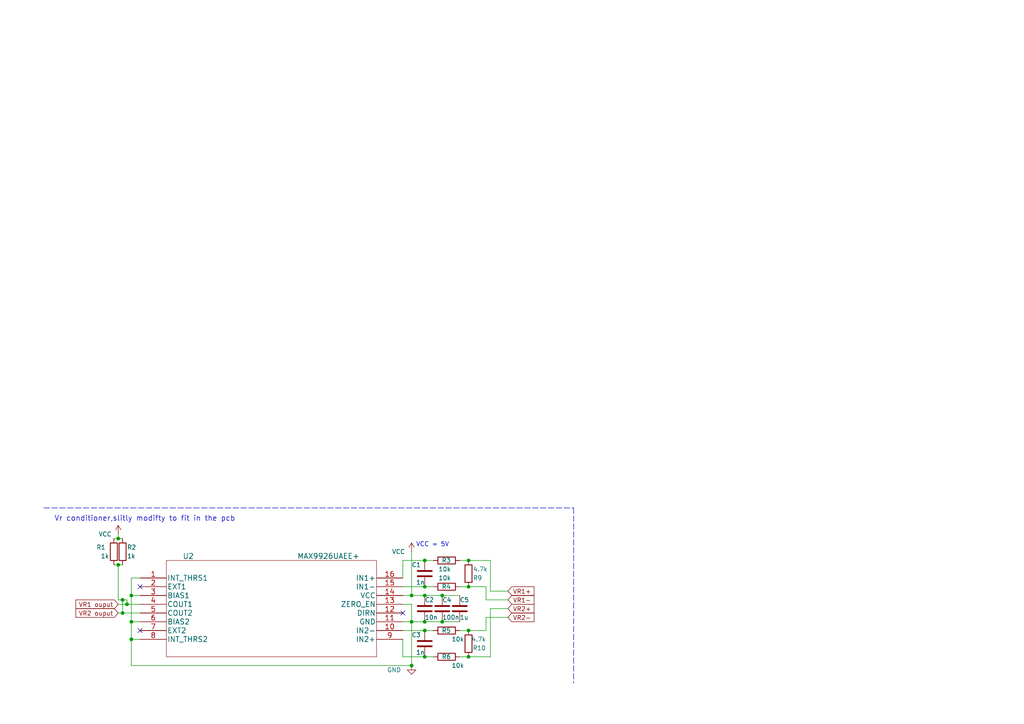
<source format=kicad_sch>
(kicad_sch (version 20231120) (generator "eeschema") (generator_version "8.0")
  (paper "A4")
  (lib_symbols
    (symbol "2021-02-17_17-37-40:MAX9926UAEE+" (pin_names (offset 0.254))
      (property "Reference" "U" (at 38.1 10.16 0))
      (property "Value" "MAX9926UAEE+" (at 38.1 7.62 0))
      (symbol "MAX9926UAEE+_1_1"
        (polyline (pts (xy 7.62 -22.86) (xy 68.58 -22.86)) (stroke (width 0.127)))
        (polyline (pts (xy 7.62 5.08) (xy 7.62 -22.86)) (stroke (width 0.127)))
        (polyline (pts (xy 68.58 -22.86) (xy 68.58 5.08)) (stroke (width 0.127)))
        (polyline (pts (xy 68.58 5.08) (xy 7.62 5.08)) (stroke (width 0.127)))
        (pin unspecified line (at 0 0 0) (length 7.62) (name "INT_THRS1") (number "1"))
        (pin input line (at 76.2 -15.24 180) (length 7.62) (name "IN2-") (number "10"))
        (pin power_in line (at 76.2 -12.7 180) (length 7.62) (name "GND") (number "11"))
        (pin output line (at 76.2 -10.16 180) (length 7.62) (name "DIRN") (number "12"))
        (pin unspecified line (at 76.2 -7.62 180) (length 7.62) (name "ZERO_EN") (number "13"))
        (pin power_in line (at 76.2 -5.08 180) (length 7.62) (name "VCC") (number "14"))
        (pin input line (at 76.2 -2.54 180) (length 7.62) (name "IN1-") (number "15"))
        (pin input line (at 76.2 0 180) (length 7.62) (name "IN1+") (number "16"))
        (pin input line (at 0 -2.54 0) (length 7.62) (name "EXT1") (number "2"))
        (pin input line (at 0 -5.08 0) (length 7.62) (name "BIAS1") (number "3"))
        (pin output line (at 0 -7.62 0) (length 7.62) (name "COUT1") (number "4"))
        (pin output line (at 0 -10.16 0) (length 7.62) (name "COUT2") (number "5"))
        (pin input line (at 0 -12.7 0) (length 7.62) (name "BIAS2") (number "6"))
        (pin input line (at 0 -15.24 0) (length 7.62) (name "EXT2") (number "7"))
        (pin unspecified line (at 0 -17.78 0) (length 7.62) (name "INT_THRS2") (number "8"))
        (pin input line (at 76.2 -17.78 180) (length 7.62) (name "IN2+") (number "9"))
      )
    )
    (symbol "Device:C" (pin_numbers hide) (pin_names (offset 0.254))
      (property "Reference" "C" (at 0.635 2.54 0))
      (property "Value" "C" (at 0.635 -2.54 0))
      (symbol "C_0_1"
        (polyline (pts (xy -2.032 -0.762) (xy 2.032 -0.762)) (stroke (width 0.508)))
        (polyline (pts (xy -2.032 0.762) (xy 2.032 0.762)) (stroke (width 0.508)))
      )
      (symbol "C_1_1"
        (pin passive line (at 0 3.81 270) (length 2.794) (name "~") (number "1"))
        (pin passive line (at 0 -3.81 90) (length 2.794) (name "~") (number "2"))
      )
    )
    (symbol "Device:R" (pin_numbers hide) (pin_names (offset 0))
      (property "Reference" "R" (at 2.032 0 90))
      (property "Value" "R" (at 0 0 90))
      (symbol "R_0_1"
        (rectangle (start -1.016 -2.54) (end 1.016 2.54) (stroke (width 0.254)))
      )
      (symbol "R_1_1"
        (pin passive line (at 0 3.81 270) (length 1.27) (name "~") (number "1"))
        (pin passive line (at 0 -3.81 90) (length 1.27) (name "~") (number "2"))
      )
    )
    (symbol "VR-Conditioner-MAX9926+reg-rescue:GND-power" (power) (pin_names (offset 0))
      (property "Value" "power_GND" (at 0 -3.81 0))
      (symbol "GND-power_0_1"
        (polyline (pts (xy 0 0) (xy 0 -1.27) (xy 1.27 -1.27) (xy 0 -2.54) (xy -1.27 -1.27) (xy 0 -1.27)))
      )
      (symbol "GND-power_1_1"
        (pin power_in line (at 0 0 270) (length 0) hide (name "GND") (number "1"))
      )
    )
    (symbol "VR-Conditioner-MAX9926+reg-rescue:VCC-power" (power) (pin_names (offset 0))
      (property "Value" "power_VCC" (at 0 3.81 0))
      (symbol "VCC-power_0_1"
        (polyline (pts (xy -0.762 1.27) (xy 0 2.54)))
        (polyline (pts (xy 0 0) (xy 0 2.54)))
        (polyline (pts (xy 0 2.54) (xy 0.762 1.27)))
      )
      (symbol "VCC-power_1_1"
        (pin power_in line (at 0 0 90) (length 0) hide (name "VCC") (number "1"))
      )
    )
  )
  (junction (at 35.56 177.8))
  (junction (at 34.29 163.83))
  (junction (at 128.27 172.72))
  (junction (at 119.38 193.04))
  (junction (at 123.19 182.88))
  (junction (at 123.19 172.72))
  (junction (at 119.38 180.34))
  (junction (at 135.89 162.56))
  (junction (at 119.38 172.72))
  (junction (at 36.83 175.26))
  (junction (at 135.89 190.5))
  (junction (at 35.56 173.99))
  (junction (at 135.89 170.18))
  (junction (at 135.89 182.88))
  (junction (at 38.1 180.34))
  (junction (at 123.19 180.34))
  (junction (at 38.1 172.72))
  (junction (at 34.29 156.21))
  (junction (at 128.27 180.34))
  (junction (at 123.19 170.18))
  (junction (at 38.1 185.42))
  (junction (at 123.19 162.56))
  (junction (at 123.19 190.5))
  (no_connect (at 40.64 182.88))
  (no_connect (at 116.84 177.8))
  (no_connect (at 40.64 170.18))
  (wire (pts (xy 123.19 190.5) (xy 125.73 190.5)))
  (wire (pts (xy 35.56 177.8) (xy 40.64 177.8)))
  (wire (pts (xy 38.1 172.72) (xy 38.1 180.34)))
  (wire (pts (xy 119.38 180.34) (xy 119.38 193.04)))
  (wire (pts (xy 123.19 172.72) (xy 128.27 172.72)))
  (wire (pts (xy 40.64 167.64) (xy 38.1 167.64)))
  (wire (pts (xy 116.84 190.5) (xy 123.19 190.5)))
  (wire (pts (xy 123.19 180.34) (xy 128.27 180.34)))
  (wire (pts (xy 35.56 173.99) (xy 35.56 177.8)))
  (wire (pts (xy 34.29 154.94) (xy 34.29 156.21)))
  (wire (pts (xy 36.83 173.99) (xy 36.83 175.26)))
  (wire (pts (xy 34.29 163.83) (xy 35.56 163.83)))
  (wire (pts (xy 116.84 162.56) (xy 123.19 162.56)))
  (wire (pts (xy 142.24 171.45) (xy 142.24 162.56)))
  (wire (pts (xy 135.89 182.88) (xy 140.97 182.88)))
  (wire (pts (xy 33.02 156.21) (xy 34.29 156.21)))
  (wire (pts (xy 116.84 182.88) (xy 123.19 182.88)))
  (wire (pts (xy 34.29 163.83) (xy 34.29 173.99)))
  (wire (pts (xy 38.1 180.34) (xy 40.64 180.34)))
  (wire (pts (xy 119.38 160.02) (xy 119.38 172.72)))
  (wire (pts (xy 142.24 176.53) (xy 142.24 190.5)))
  (wire (pts (xy 116.84 167.64) (xy 116.84 162.56)))
  (wire (pts (xy 119.38 175.26) (xy 119.38 180.34)))
  (wire (pts (xy 135.89 170.18) (xy 140.97 170.18)))
  (wire (pts (xy 133.35 182.88) (xy 135.89 182.88)))
  (wire (pts (xy 34.29 177.8) (xy 35.56 177.8)))
  (wire (pts (xy 135.89 190.5) (xy 142.24 190.5)))
  (wire (pts (xy 36.83 175.26) (xy 40.64 175.26)))
  (wire (pts (xy 128.27 172.72) (xy 133.35 172.72)))
  (wire (pts (xy 140.97 170.18) (xy 140.97 173.99)))
  (wire (pts (xy 40.64 185.42) (xy 38.1 185.42)))
  (wire (pts (xy 38.1 172.72) (xy 40.64 172.72)))
  (wire (pts (xy 140.97 179.07) (xy 147.32 179.07)))
  (wire (pts (xy 34.29 156.21) (xy 35.56 156.21)))
  (wire (pts (xy 38.1 185.42) (xy 38.1 193.04)))
  (wire (pts (xy 34.29 175.26) (xy 36.83 175.26)))
  (wire (pts (xy 142.24 176.53) (xy 147.32 176.53)))
  (wire (pts (xy 123.19 162.56) (xy 125.73 162.56)))
  (wire (pts (xy 116.84 170.18) (xy 123.19 170.18)))
  (wire (pts (xy 119.38 172.72) (xy 123.19 172.72)))
  (wire (pts (xy 35.56 173.99) (xy 36.83 173.99)))
  (wire (pts (xy 34.29 173.99) (xy 35.56 173.99)))
  (wire (pts (xy 142.24 171.45) (xy 147.32 171.45)))
  (wire (pts (xy 123.19 182.88) (xy 125.73 182.88)))
  (wire (pts (xy 123.19 180.34) (xy 119.38 180.34)))
  (polyline (pts (xy 12.7 147.32) (xy 166.37 147.32)) (stroke (width 0) (type dash)))
  (wire (pts (xy 116.84 185.42) (xy 116.84 190.5)))
  (wire (pts (xy 38.1 193.04) (xy 119.38 193.04)))
  (wire (pts (xy 135.89 162.56) (xy 142.24 162.56)))
  (wire (pts (xy 116.84 180.34) (xy 119.38 180.34)))
  (wire (pts (xy 133.35 190.5) (xy 135.89 190.5)))
  (polyline (pts (xy 166.37 147.32) (xy 166.37 198.12)) (stroke (width 0) (type dash)))
  (wire (pts (xy 38.1 185.42) (xy 38.1 180.34)))
  (wire (pts (xy 119.38 175.26) (xy 116.84 175.26)))
  (wire (pts (xy 128.27 180.34) (xy 133.35 180.34)))
  (wire (pts (xy 33.02 163.83) (xy 34.29 163.83)))
  (wire (pts (xy 38.1 167.64) (xy 38.1 172.72)))
  (wire (pts (xy 123.19 170.18) (xy 125.73 170.18)))
  (wire (pts (xy 116.84 172.72) (xy 119.38 172.72)))
  (wire (pts (xy 133.35 162.56) (xy 135.89 162.56)))
  (wire (pts (xy 140.97 173.99) (xy 147.32 173.99)))
  (wire (pts (xy 140.97 182.88) (xy 140.97 179.07)))
  (wire (pts (xy 133.35 170.18) (xy 135.89 170.18)))
  (text "Vr conditioner,slitly modifty to fit in the pcb\n" (at 15.748 151.384 0) (effects (font (size 1.524 1.524)) (justify left bottom)))
  (text "VCC = 5V" (at 120.65 158.75 0) (effects (font (size 1.27 1.27)) (justify left bottom)))
  (global_label "VR2+" (shape input) (at 147.32 176.53 0) (property "Intersheetrefs" "${INTERSHEET_REFS}" (effects (hide yes))))
  (global_label "VR1-" (shape input) (at 147.32 173.99 0) (property "Intersheetrefs" "${INTERSHEET_REFS}" (effects (hide yes))))
  (global_label "VR1 ouput" (shape input) (at 34.29 175.26 180) (property "Intersheetrefs" "${INTERSHEET_REFS}" (effects (hide yes))))
  (global_label "VR1+" (shape input) (at 147.32 171.45 0) (property "Intersheetrefs" "${INTERSHEET_REFS}" (effects (hide yes))))
  (global_label "VR2 ouput" (shape input) (at 34.29 177.8 180) (property "Intersheetrefs" "${INTERSHEET_REFS}" (effects (hide yes))))
  (global_label "VR2-" (shape input) (at 147.32 179.07 0) (property "Intersheetrefs" "${INTERSHEET_REFS}" (effects (hide yes))))
  (symbol (lib_id "Device:C") (at 123.19 186.69 0) (unit 1)
    (property "Reference" "C3" (at 119.38 184.15 0) (effects (justify left)))
    (property "Value" "1n" (at 120.65 189.23 0) (effects (justify left)))
    (property "Footprint" "Capacitor_SMD:C_0603_1608Metric" (effects (hide yes)))
    (property "Description" "1000 pF 50 V ±5 % Tolerance C0G SMT Multilayer Ceramic Capacitor\r" (effects (hide yes)))
    (property "Package JEDEC ID" "0603_1608Metric" (effects (hide yes)))
    (property "MFG Name" "Murata\r" (effects (hide yes)))
    (property "MFG Part Num" "GRM1885C1H102JA01D\r" (effects (hide yes)))
  )
  (symbol (lib_id "Device:R") (at 129.54 170.18 90) (unit 1)
    (property "Reference" "R4" (at 130.81 170.18 90) (effects (justify left)))
    (property "Value" "10k" (at 130.81 167.64 90) (effects (justify left)))
    (property "Footprint" "Resistor_SMD:R_1206_3216Metric" (effects (hide yes)))
    (property "MFG Name" "Yageo" (effects (hide yes)))
    (property "MFG Part Num" "RC1206FR-7W10KL" (effects (hide yes)))
  )
  (symbol (lib_id "Device:R") (at 129.54 182.88 90) (unit 1)
    (property "Reference" "R5" (at 130.81 182.88 90) (effects (justify left)))
    (property "Value" "10k" (at 134.62 185.42 90) (effects (justify left)))
    (property "Footprint" "Resistor_SMD:R_1206_3216Metric" (effects (hide yes)))
    (property "MFG Name" "Yageo" (effects (hide yes)))
    (property "MFG Part Num" "RC1206FR-7W10KL" (effects (hide yes)))
  )
  (symbol (lib_id "Device:R") (at 129.54 162.56 90) (unit 1)
    (property "Reference" "R3" (at 130.81 162.56 90) (effects (justify left)))
    (property "Value" "10k" (at 130.81 165.1 90) (effects (justify left)))
    (property "Footprint" "Resistor_SMD:R_1206_3216Metric" (effects (hide yes)))
    (property "MFG Name" "Yageo" (effects (hide yes)))
    (property "MFG Part Num" "RC1206FR-7W10KL" (effects (hide yes)))
  )
  (symbol (lib_id "2021-02-17_17-37-40:MAX9926UAEE+") (at 40.64 167.64 0) (unit 1)
    (property "Reference" "U2" (at 54.61 161.29 0) (effects (font (size 1.524 1.524))))
    (property "Value" "MAX9926UAEE+" (at 95.25 161.29 0) (effects (font (size 1.524 1.524))))
    (property "Footprint" "MAX9926UAEE+:MAX9926UAEE&plus_" (effects (hide yes)))
    (property "Datasheet" "https://datasheet.octopart.com/MAX9926UAEE%2B-Maxim-Integrated-datasheet-11046290.pdf" (effects (hide yes)))
    (property "Description" "MAX9926 Series 10 mA Differential Input Logic Output Sensor Interface -SSOP-16" (effects (hide yes)))
    (property "MFG Name" "Maxim Integrated" (effects (hide yes)))
    (property "MFG Part Num" "MAX9926UAEE+" (effects (hide yes)))
    (property "Package JEDEC ID" "SSOP-16" (effects (hide yes)))
    (property "Critical" "Yes" (effects (hide yes)))
  )
  (symbol (lib_id "Device:R") (at 135.89 166.37 0) (unit 1)
    (property "Reference" "R9" (at 137.16 167.64 0) (effects (justify left)))
    (property "Value" "4.7k" (at 137.16 165.1 0) (effects (justify left)))
    (property "Footprint" "Resistor_THT:R_Axial_DIN0207_L6.3mm_D2.5mm_P7.62mm_Horizontal" (effects (hide yes)))
    (property "Description" "3W, 5%" (effects (hide yes)))
    (property "Critical" "DoNoPlace. User option" (effects (hide yes)))
  )
  (symbol (lib_id "Device:C") (at 128.27 176.53 0) (unit 1)
    (property "Reference" "C4" (at 128.27 173.99 0) (effects (justify left)))
    (property "Value" "100n" (at 128.27 179.07 0) (effects (justify left)))
    (property "Footprint" "Capacitor_SMD:C_0603_1608Metric" (effects (hide yes)))
    (property "Description" "Ceramic 0.1uF 16V X7R 10% Pad SMD 0603 Soft Termination 125C Automotive T/R\r" (effects (hide yes)))
    (property "Package JEDEC ID" "0603_1608Metric" (effects (hide yes)))
    (property "MFG Name" "Murata\r" (effects (hide yes)))
    (property "MFG Part Num" "GCJ188R71C104KA01D\r" (effects (hide yes)))
  )
  (symbol (lib_id "VR-Conditioner-MAX9926+reg-rescue:VCC-power") (at 34.29 154.94 0) (unit 1)
    (property "Reference" "#PWR01" (effects (hide yes)))
    (property "Value" "VCC" (at 30.48 154.94 0))
  )
  (symbol (lib_id "Device:R") (at 33.02 160.02 0) (unit 1)
    (property "Reference" "R1" (at 27.94 158.75 0) (effects (justify left)))
    (property "Value" "1k" (at 29.21 161.29 0) (effects (justify left)))
    (property "Footprint" "Resistor_SMD:R_0603_1608Metric_Pad1.05x0.95mm_HandSolder" (effects (hide yes)))
    (property "Description" "Thick Film; +/-1% 0.2W" (effects (hide yes)))
    (property "Package JEDEC ID" "0603_1608Metric" (effects (hide yes)))
    (property "MFG Name" "Vishay" (effects (hide yes)))
    (property "MFG Part Num" "CRCW06031K00FKEAHP" (effects (hide yes)))
  )
  (symbol (lib_id "Device:C") (at 123.19 176.53 0) (unit 1)
    (property "Reference" "C2" (at 123.19 173.99 0) (effects (justify left)))
    (property "Value" "10n" (at 123.19 179.07 0) (effects (justify left)))
    (property "Footprint" "Capacitor_SMD:C_0603_1608Metric" (effects (hide yes)))
    (property "Description" "10 V ±5% Tolerance U2J Multilayer Ceramic Capacitor\r" (effects (hide yes)))
    (property "Package JEDEC ID" "0603_1608Metric" (effects (hide yes)))
    (property "MFG Name" "Murata\rMurata\r" (effects (hide yes)))
    (property "MFG Part Num" "GRM1857U1A103JA44D\r" (effects (hide yes)))
  )
  (symbol (lib_id "Device:R") (at 135.89 186.69 180) (unit 1)
    (property "Reference" "R10" (at 140.97 187.96 0) (effects (justify left)))
    (property "Value" "4.7k" (at 140.97 185.42 0) (effects (justify left)))
    (property "Footprint" "Resistor_THT:R_Axial_DIN0207_L6.3mm_D2.5mm_P7.62mm_Horizontal" (effects (hide yes)))
    (property "Description" "3W, 5%" (effects (hide yes)))
    (property "Critical" "DoNoPlace. User option" (effects (hide yes)))
  )
  (symbol (lib_id "Device:R") (at 129.54 190.5 90) (unit 1)
    (property "Reference" "R6" (at 130.81 190.5 90) (effects (justify left)))
    (property "Value" "10k" (at 134.62 193.04 90) (effects (justify left)))
    (property "Footprint" "Resistor_SMD:R_1206_3216Metric" (effects (hide yes)))
    (property "MFG Name" "Yageo" (effects (hide yes)))
    (property "MFG Part Num" "RC1206FR-7W10KL" (effects (hide yes)))
  )
  (symbol (lib_id "Device:C") (at 123.19 166.37 0) (unit 1)
    (property "Reference" "C1" (at 119.38 163.83 0) (effects (justify left)))
    (property "Value" "1n" (at 120.65 168.91 0) (effects (justify left)))
    (property "Footprint" "Capacitor_SMD:C_0603_1608Metric" (effects (hide yes)))
    (property "Description" "1000 pF 50 V ±5 % Tolerance C0G SMT Multilayer Ceramic Capacitor\r" (effects (hide yes)))
    (property "Package JEDEC ID" "0603_1608Metric" (effects (hide yes)))
    (property "MFG Name" "Murata\r" (effects (hide yes)))
    (property "MFG Part Num" "GRM1885C1H102JA01D\r" (effects (hide yes)))
  )
  (symbol (lib_id "VR-Conditioner-MAX9926+reg-rescue:VCC-power") (at 119.38 160.02 0) (unit 1)
    (property "Reference" "#PWR02" (effects (hide yes)))
    (property "Value" "VCC" (at 115.57 160.02 0))
  )
  (symbol (lib_id "Device:R") (at 35.56 160.02 0) (unit 1)
    (property "Reference" "R2" (at 36.83 158.75 0) (effects (justify left)))
    (property "Value" "1k" (at 36.83 161.29 0) (effects (justify left)))
    (property "Footprint" "Resistor_SMD:R_0603_1608Metric_Pad1.05x0.95mm_HandSolder" (effects (hide yes)))
    (property "Description" "Thick Film; +/-1% 0.2W" (effects (hide yes)))
    (property "Package JEDEC ID" "0603_1608Metric" (effects (hide yes)))
    (property "MFG Name" "Vishay" (effects (hide yes)))
    (property "MFG Part Num" "CRCW06031K00FKEAHP" (effects (hide yes)))
  )
  (symbol (lib_id "Device:C") (at 133.35 176.53 0) (unit 1)
    (property "Reference" "C5" (at 133.35 173.99 0) (effects (justify left)))
    (property "Value" "1u" (at 133.35 179.07 0) (effects (justify left)))
    (property "Footprint" "Capacitor_SMD:C_0603_1608Metric" (effects (hide yes)))
    (property "Description" "16V ±10% Tolerance X7R Surface Mount Multilayer Ceramic Capacitor\r" (effects (hide yes)))
    (property "Package JEDEC ID" "0603_1608Metric" (effects (hide yes)))
    (property "MFG Name" "Murata\r" (effects (hide yes)))
    (property "MFG Part Num" "GCM188R71C105KA64D\r" (effects (hide yes)))
  )
  (symbol (lib_id "VR-Conditioner-MAX9926+reg-rescue:GND-power") (at 119.38 193.04 0) (unit 1)
    (property "Reference" "#PWR03" (effects (hide yes)))
    (property "Value" "GND" (at 114.3 194.31 0))
  )
)
</source>
